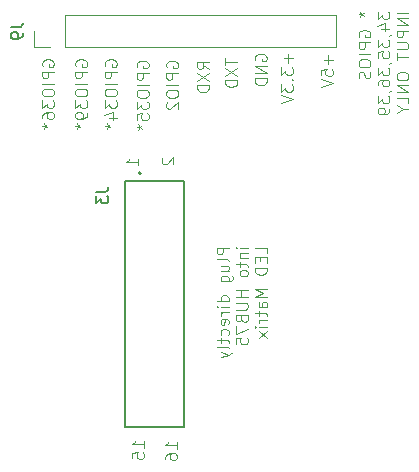
<source format=gbr>
%TF.GenerationSoftware,KiCad,Pcbnew,9.0.0*%
%TF.CreationDate,2025-04-14T04:50:01-04:00*%
%TF.ProjectId,W4MLB_Band_Display,57344d4c-425f-4426-916e-645f44697370,1.0*%
%TF.SameCoordinates,Original*%
%TF.FileFunction,Legend,Bot*%
%TF.FilePolarity,Positive*%
%FSLAX46Y46*%
G04 Gerber Fmt 4.6, Leading zero omitted, Abs format (unit mm)*
G04 Created by KiCad (PCBNEW 9.0.0) date 2025-04-14 04:50:01*
%MOMM*%
%LPD*%
G01*
G04 APERTURE LIST*
%ADD10C,0.125000*%
%ADD11C,0.150000*%
%ADD12C,0.200000*%
%ADD13C,0.120000*%
G04 APERTURE END LIST*
D10*
X140271119Y-68877474D02*
X140271119Y-69448902D01*
X141271119Y-69163188D02*
X140271119Y-69163188D01*
X140271119Y-69686998D02*
X141271119Y-70353664D01*
X140271119Y-70353664D02*
X141271119Y-69686998D01*
X141271119Y-70734617D02*
X140271119Y-70734617D01*
X140271119Y-70734617D02*
X140271119Y-70972712D01*
X140271119Y-70972712D02*
X140318738Y-71115569D01*
X140318738Y-71115569D02*
X140413976Y-71210807D01*
X140413976Y-71210807D02*
X140509214Y-71258426D01*
X140509214Y-71258426D02*
X140699690Y-71306045D01*
X140699690Y-71306045D02*
X140842547Y-71306045D01*
X140842547Y-71306045D02*
X141033023Y-71258426D01*
X141033023Y-71258426D02*
X141128261Y-71210807D01*
X141128261Y-71210807D02*
X141223500Y-71115569D01*
X141223500Y-71115569D02*
X141271119Y-70972712D01*
X141271119Y-70972712D02*
X141271119Y-70734617D01*
X133371119Y-101844140D02*
X133371119Y-101272712D01*
X133371119Y-101558426D02*
X132371119Y-101558426D01*
X132371119Y-101558426D02*
X132513976Y-101463188D01*
X132513976Y-101463188D02*
X132609214Y-101367950D01*
X132609214Y-101367950D02*
X132656833Y-101272712D01*
X132371119Y-102748902D02*
X132371119Y-102272712D01*
X132371119Y-102272712D02*
X132847309Y-102225093D01*
X132847309Y-102225093D02*
X132799690Y-102272712D01*
X132799690Y-102272712D02*
X132752071Y-102367950D01*
X132752071Y-102367950D02*
X132752071Y-102606045D01*
X132752071Y-102606045D02*
X132799690Y-102701283D01*
X132799690Y-102701283D02*
X132847309Y-102748902D01*
X132847309Y-102748902D02*
X132942547Y-102796521D01*
X132942547Y-102796521D02*
X133180642Y-102796521D01*
X133180642Y-102796521D02*
X133275880Y-102748902D01*
X133275880Y-102748902D02*
X133323500Y-102701283D01*
X133323500Y-102701283D02*
X133371119Y-102606045D01*
X133371119Y-102606045D02*
X133371119Y-102367950D01*
X133371119Y-102367950D02*
X133323500Y-102272712D01*
X133323500Y-102272712D02*
X133275880Y-102225093D01*
X124818738Y-69544140D02*
X124771119Y-69448902D01*
X124771119Y-69448902D02*
X124771119Y-69306045D01*
X124771119Y-69306045D02*
X124818738Y-69163188D01*
X124818738Y-69163188D02*
X124913976Y-69067950D01*
X124913976Y-69067950D02*
X125009214Y-69020331D01*
X125009214Y-69020331D02*
X125199690Y-68972712D01*
X125199690Y-68972712D02*
X125342547Y-68972712D01*
X125342547Y-68972712D02*
X125533023Y-69020331D01*
X125533023Y-69020331D02*
X125628261Y-69067950D01*
X125628261Y-69067950D02*
X125723500Y-69163188D01*
X125723500Y-69163188D02*
X125771119Y-69306045D01*
X125771119Y-69306045D02*
X125771119Y-69401283D01*
X125771119Y-69401283D02*
X125723500Y-69544140D01*
X125723500Y-69544140D02*
X125675880Y-69591759D01*
X125675880Y-69591759D02*
X125342547Y-69591759D01*
X125342547Y-69591759D02*
X125342547Y-69401283D01*
X125771119Y-70020331D02*
X124771119Y-70020331D01*
X124771119Y-70020331D02*
X124771119Y-70401283D01*
X124771119Y-70401283D02*
X124818738Y-70496521D01*
X124818738Y-70496521D02*
X124866357Y-70544140D01*
X124866357Y-70544140D02*
X124961595Y-70591759D01*
X124961595Y-70591759D02*
X125104452Y-70591759D01*
X125104452Y-70591759D02*
X125199690Y-70544140D01*
X125199690Y-70544140D02*
X125247309Y-70496521D01*
X125247309Y-70496521D02*
X125294928Y-70401283D01*
X125294928Y-70401283D02*
X125294928Y-70020331D01*
X125771119Y-71020331D02*
X124771119Y-71020331D01*
X124771119Y-71686997D02*
X124771119Y-71877473D01*
X124771119Y-71877473D02*
X124818738Y-71972711D01*
X124818738Y-71972711D02*
X124913976Y-72067949D01*
X124913976Y-72067949D02*
X125104452Y-72115568D01*
X125104452Y-72115568D02*
X125437785Y-72115568D01*
X125437785Y-72115568D02*
X125628261Y-72067949D01*
X125628261Y-72067949D02*
X125723500Y-71972711D01*
X125723500Y-71972711D02*
X125771119Y-71877473D01*
X125771119Y-71877473D02*
X125771119Y-71686997D01*
X125771119Y-71686997D02*
X125723500Y-71591759D01*
X125723500Y-71591759D02*
X125628261Y-71496521D01*
X125628261Y-71496521D02*
X125437785Y-71448902D01*
X125437785Y-71448902D02*
X125104452Y-71448902D01*
X125104452Y-71448902D02*
X124913976Y-71496521D01*
X124913976Y-71496521D02*
X124818738Y-71591759D01*
X124818738Y-71591759D02*
X124771119Y-71686997D01*
X124771119Y-72448902D02*
X124771119Y-73067949D01*
X124771119Y-73067949D02*
X125152071Y-72734616D01*
X125152071Y-72734616D02*
X125152071Y-72877473D01*
X125152071Y-72877473D02*
X125199690Y-72972711D01*
X125199690Y-72972711D02*
X125247309Y-73020330D01*
X125247309Y-73020330D02*
X125342547Y-73067949D01*
X125342547Y-73067949D02*
X125580642Y-73067949D01*
X125580642Y-73067949D02*
X125675880Y-73020330D01*
X125675880Y-73020330D02*
X125723500Y-72972711D01*
X125723500Y-72972711D02*
X125771119Y-72877473D01*
X125771119Y-72877473D02*
X125771119Y-72591759D01*
X125771119Y-72591759D02*
X125723500Y-72496521D01*
X125723500Y-72496521D02*
X125675880Y-72448902D01*
X124771119Y-73925092D02*
X124771119Y-73734616D01*
X124771119Y-73734616D02*
X124818738Y-73639378D01*
X124818738Y-73639378D02*
X124866357Y-73591759D01*
X124866357Y-73591759D02*
X125009214Y-73496521D01*
X125009214Y-73496521D02*
X125199690Y-73448902D01*
X125199690Y-73448902D02*
X125580642Y-73448902D01*
X125580642Y-73448902D02*
X125675880Y-73496521D01*
X125675880Y-73496521D02*
X125723500Y-73544140D01*
X125723500Y-73544140D02*
X125771119Y-73639378D01*
X125771119Y-73639378D02*
X125771119Y-73829854D01*
X125771119Y-73829854D02*
X125723500Y-73925092D01*
X125723500Y-73925092D02*
X125675880Y-73972711D01*
X125675880Y-73972711D02*
X125580642Y-74020330D01*
X125580642Y-74020330D02*
X125342547Y-74020330D01*
X125342547Y-74020330D02*
X125247309Y-73972711D01*
X125247309Y-73972711D02*
X125199690Y-73925092D01*
X125199690Y-73925092D02*
X125152071Y-73829854D01*
X125152071Y-73829854D02*
X125152071Y-73639378D01*
X125152071Y-73639378D02*
X125199690Y-73544140D01*
X125199690Y-73544140D02*
X125247309Y-73496521D01*
X125247309Y-73496521D02*
X125342547Y-73448902D01*
X124771119Y-74591759D02*
X125009214Y-74591759D01*
X124913976Y-74353664D02*
X125009214Y-74591759D01*
X125009214Y-74591759D02*
X124913976Y-74829854D01*
X125199690Y-74448902D02*
X125009214Y-74591759D01*
X125009214Y-74591759D02*
X125199690Y-74734616D01*
X135318738Y-69644140D02*
X135271119Y-69548902D01*
X135271119Y-69548902D02*
X135271119Y-69406045D01*
X135271119Y-69406045D02*
X135318738Y-69263188D01*
X135318738Y-69263188D02*
X135413976Y-69167950D01*
X135413976Y-69167950D02*
X135509214Y-69120331D01*
X135509214Y-69120331D02*
X135699690Y-69072712D01*
X135699690Y-69072712D02*
X135842547Y-69072712D01*
X135842547Y-69072712D02*
X136033023Y-69120331D01*
X136033023Y-69120331D02*
X136128261Y-69167950D01*
X136128261Y-69167950D02*
X136223500Y-69263188D01*
X136223500Y-69263188D02*
X136271119Y-69406045D01*
X136271119Y-69406045D02*
X136271119Y-69501283D01*
X136271119Y-69501283D02*
X136223500Y-69644140D01*
X136223500Y-69644140D02*
X136175880Y-69691759D01*
X136175880Y-69691759D02*
X135842547Y-69691759D01*
X135842547Y-69691759D02*
X135842547Y-69501283D01*
X136271119Y-70120331D02*
X135271119Y-70120331D01*
X135271119Y-70120331D02*
X135271119Y-70501283D01*
X135271119Y-70501283D02*
X135318738Y-70596521D01*
X135318738Y-70596521D02*
X135366357Y-70644140D01*
X135366357Y-70644140D02*
X135461595Y-70691759D01*
X135461595Y-70691759D02*
X135604452Y-70691759D01*
X135604452Y-70691759D02*
X135699690Y-70644140D01*
X135699690Y-70644140D02*
X135747309Y-70596521D01*
X135747309Y-70596521D02*
X135794928Y-70501283D01*
X135794928Y-70501283D02*
X135794928Y-70120331D01*
X136271119Y-71120331D02*
X135271119Y-71120331D01*
X135271119Y-71786997D02*
X135271119Y-71977473D01*
X135271119Y-71977473D02*
X135318738Y-72072711D01*
X135318738Y-72072711D02*
X135413976Y-72167949D01*
X135413976Y-72167949D02*
X135604452Y-72215568D01*
X135604452Y-72215568D02*
X135937785Y-72215568D01*
X135937785Y-72215568D02*
X136128261Y-72167949D01*
X136128261Y-72167949D02*
X136223500Y-72072711D01*
X136223500Y-72072711D02*
X136271119Y-71977473D01*
X136271119Y-71977473D02*
X136271119Y-71786997D01*
X136271119Y-71786997D02*
X136223500Y-71691759D01*
X136223500Y-71691759D02*
X136128261Y-71596521D01*
X136128261Y-71596521D02*
X135937785Y-71548902D01*
X135937785Y-71548902D02*
X135604452Y-71548902D01*
X135604452Y-71548902D02*
X135413976Y-71596521D01*
X135413976Y-71596521D02*
X135318738Y-71691759D01*
X135318738Y-71691759D02*
X135271119Y-71786997D01*
X135366357Y-72596521D02*
X135318738Y-72644140D01*
X135318738Y-72644140D02*
X135271119Y-72739378D01*
X135271119Y-72739378D02*
X135271119Y-72977473D01*
X135271119Y-72977473D02*
X135318738Y-73072711D01*
X135318738Y-73072711D02*
X135366357Y-73120330D01*
X135366357Y-73120330D02*
X135461595Y-73167949D01*
X135461595Y-73167949D02*
X135556833Y-73167949D01*
X135556833Y-73167949D02*
X135699690Y-73120330D01*
X135699690Y-73120330D02*
X136271119Y-72548902D01*
X136271119Y-72548902D02*
X136271119Y-73167949D01*
X134966357Y-77272712D02*
X134918738Y-77320331D01*
X134918738Y-77320331D02*
X134871119Y-77415569D01*
X134871119Y-77415569D02*
X134871119Y-77653664D01*
X134871119Y-77653664D02*
X134918738Y-77748902D01*
X134918738Y-77748902D02*
X134966357Y-77796521D01*
X134966357Y-77796521D02*
X135061595Y-77844140D01*
X135061595Y-77844140D02*
X135156833Y-77844140D01*
X135156833Y-77844140D02*
X135299690Y-77796521D01*
X135299690Y-77796521D02*
X135871119Y-77225093D01*
X135871119Y-77225093D02*
X135871119Y-77844140D01*
X138871119Y-69791759D02*
X138394928Y-69458426D01*
X138871119Y-69220331D02*
X137871119Y-69220331D01*
X137871119Y-69220331D02*
X137871119Y-69601283D01*
X137871119Y-69601283D02*
X137918738Y-69696521D01*
X137918738Y-69696521D02*
X137966357Y-69744140D01*
X137966357Y-69744140D02*
X138061595Y-69791759D01*
X138061595Y-69791759D02*
X138204452Y-69791759D01*
X138204452Y-69791759D02*
X138299690Y-69744140D01*
X138299690Y-69744140D02*
X138347309Y-69696521D01*
X138347309Y-69696521D02*
X138394928Y-69601283D01*
X138394928Y-69601283D02*
X138394928Y-69220331D01*
X137871119Y-70125093D02*
X138871119Y-70791759D01*
X137871119Y-70791759D02*
X138871119Y-70125093D01*
X138871119Y-71172712D02*
X137871119Y-71172712D01*
X137871119Y-71172712D02*
X137871119Y-71410807D01*
X137871119Y-71410807D02*
X137918738Y-71553664D01*
X137918738Y-71553664D02*
X138013976Y-71648902D01*
X138013976Y-71648902D02*
X138109214Y-71696521D01*
X138109214Y-71696521D02*
X138299690Y-71744140D01*
X138299690Y-71744140D02*
X138442547Y-71744140D01*
X138442547Y-71744140D02*
X138633023Y-71696521D01*
X138633023Y-71696521D02*
X138728261Y-71648902D01*
X138728261Y-71648902D02*
X138823500Y-71553664D01*
X138823500Y-71553664D02*
X138871119Y-71410807D01*
X138871119Y-71410807D02*
X138871119Y-71172712D01*
X142818738Y-69069140D02*
X142771119Y-68973902D01*
X142771119Y-68973902D02*
X142771119Y-68831045D01*
X142771119Y-68831045D02*
X142818738Y-68688188D01*
X142818738Y-68688188D02*
X142913976Y-68592950D01*
X142913976Y-68592950D02*
X143009214Y-68545331D01*
X143009214Y-68545331D02*
X143199690Y-68497712D01*
X143199690Y-68497712D02*
X143342547Y-68497712D01*
X143342547Y-68497712D02*
X143533023Y-68545331D01*
X143533023Y-68545331D02*
X143628261Y-68592950D01*
X143628261Y-68592950D02*
X143723500Y-68688188D01*
X143723500Y-68688188D02*
X143771119Y-68831045D01*
X143771119Y-68831045D02*
X143771119Y-68926283D01*
X143771119Y-68926283D02*
X143723500Y-69069140D01*
X143723500Y-69069140D02*
X143675880Y-69116759D01*
X143675880Y-69116759D02*
X143342547Y-69116759D01*
X143342547Y-69116759D02*
X143342547Y-68926283D01*
X143771119Y-69545331D02*
X142771119Y-69545331D01*
X142771119Y-69545331D02*
X143771119Y-70116759D01*
X143771119Y-70116759D02*
X142771119Y-70116759D01*
X143771119Y-70592950D02*
X142771119Y-70592950D01*
X142771119Y-70592950D02*
X142771119Y-70831045D01*
X142771119Y-70831045D02*
X142818738Y-70973902D01*
X142818738Y-70973902D02*
X142913976Y-71069140D01*
X142913976Y-71069140D02*
X143009214Y-71116759D01*
X143009214Y-71116759D02*
X143199690Y-71164378D01*
X143199690Y-71164378D02*
X143342547Y-71164378D01*
X143342547Y-71164378D02*
X143533023Y-71116759D01*
X143533023Y-71116759D02*
X143628261Y-71069140D01*
X143628261Y-71069140D02*
X143723500Y-70973902D01*
X143723500Y-70973902D02*
X143771119Y-70831045D01*
X143771119Y-70831045D02*
X143771119Y-70592950D01*
X130118738Y-69544140D02*
X130071119Y-69448902D01*
X130071119Y-69448902D02*
X130071119Y-69306045D01*
X130071119Y-69306045D02*
X130118738Y-69163188D01*
X130118738Y-69163188D02*
X130213976Y-69067950D01*
X130213976Y-69067950D02*
X130309214Y-69020331D01*
X130309214Y-69020331D02*
X130499690Y-68972712D01*
X130499690Y-68972712D02*
X130642547Y-68972712D01*
X130642547Y-68972712D02*
X130833023Y-69020331D01*
X130833023Y-69020331D02*
X130928261Y-69067950D01*
X130928261Y-69067950D02*
X131023500Y-69163188D01*
X131023500Y-69163188D02*
X131071119Y-69306045D01*
X131071119Y-69306045D02*
X131071119Y-69401283D01*
X131071119Y-69401283D02*
X131023500Y-69544140D01*
X131023500Y-69544140D02*
X130975880Y-69591759D01*
X130975880Y-69591759D02*
X130642547Y-69591759D01*
X130642547Y-69591759D02*
X130642547Y-69401283D01*
X131071119Y-70020331D02*
X130071119Y-70020331D01*
X130071119Y-70020331D02*
X130071119Y-70401283D01*
X130071119Y-70401283D02*
X130118738Y-70496521D01*
X130118738Y-70496521D02*
X130166357Y-70544140D01*
X130166357Y-70544140D02*
X130261595Y-70591759D01*
X130261595Y-70591759D02*
X130404452Y-70591759D01*
X130404452Y-70591759D02*
X130499690Y-70544140D01*
X130499690Y-70544140D02*
X130547309Y-70496521D01*
X130547309Y-70496521D02*
X130594928Y-70401283D01*
X130594928Y-70401283D02*
X130594928Y-70020331D01*
X131071119Y-71020331D02*
X130071119Y-71020331D01*
X130071119Y-71686997D02*
X130071119Y-71877473D01*
X130071119Y-71877473D02*
X130118738Y-71972711D01*
X130118738Y-71972711D02*
X130213976Y-72067949D01*
X130213976Y-72067949D02*
X130404452Y-72115568D01*
X130404452Y-72115568D02*
X130737785Y-72115568D01*
X130737785Y-72115568D02*
X130928261Y-72067949D01*
X130928261Y-72067949D02*
X131023500Y-71972711D01*
X131023500Y-71972711D02*
X131071119Y-71877473D01*
X131071119Y-71877473D02*
X131071119Y-71686997D01*
X131071119Y-71686997D02*
X131023500Y-71591759D01*
X131023500Y-71591759D02*
X130928261Y-71496521D01*
X130928261Y-71496521D02*
X130737785Y-71448902D01*
X130737785Y-71448902D02*
X130404452Y-71448902D01*
X130404452Y-71448902D02*
X130213976Y-71496521D01*
X130213976Y-71496521D02*
X130118738Y-71591759D01*
X130118738Y-71591759D02*
X130071119Y-71686997D01*
X130071119Y-72448902D02*
X130071119Y-73067949D01*
X130071119Y-73067949D02*
X130452071Y-72734616D01*
X130452071Y-72734616D02*
X130452071Y-72877473D01*
X130452071Y-72877473D02*
X130499690Y-72972711D01*
X130499690Y-72972711D02*
X130547309Y-73020330D01*
X130547309Y-73020330D02*
X130642547Y-73067949D01*
X130642547Y-73067949D02*
X130880642Y-73067949D01*
X130880642Y-73067949D02*
X130975880Y-73020330D01*
X130975880Y-73020330D02*
X131023500Y-72972711D01*
X131023500Y-72972711D02*
X131071119Y-72877473D01*
X131071119Y-72877473D02*
X131071119Y-72591759D01*
X131071119Y-72591759D02*
X131023500Y-72496521D01*
X131023500Y-72496521D02*
X130975880Y-72448902D01*
X130404452Y-73925092D02*
X131071119Y-73925092D01*
X130023500Y-73686997D02*
X130737785Y-73448902D01*
X130737785Y-73448902D02*
X130737785Y-74067949D01*
X130071119Y-74591759D02*
X130309214Y-74591759D01*
X130213976Y-74353664D02*
X130309214Y-74591759D01*
X130309214Y-74591759D02*
X130213976Y-74829854D01*
X130499690Y-74448902D02*
X130309214Y-74591759D01*
X130309214Y-74591759D02*
X130499690Y-74734616D01*
X136171119Y-101944140D02*
X136171119Y-101372712D01*
X136171119Y-101658426D02*
X135171119Y-101658426D01*
X135171119Y-101658426D02*
X135313976Y-101563188D01*
X135313976Y-101563188D02*
X135409214Y-101467950D01*
X135409214Y-101467950D02*
X135456833Y-101372712D01*
X135171119Y-102801283D02*
X135171119Y-102610807D01*
X135171119Y-102610807D02*
X135218738Y-102515569D01*
X135218738Y-102515569D02*
X135266357Y-102467950D01*
X135266357Y-102467950D02*
X135409214Y-102372712D01*
X135409214Y-102372712D02*
X135599690Y-102325093D01*
X135599690Y-102325093D02*
X135980642Y-102325093D01*
X135980642Y-102325093D02*
X136075880Y-102372712D01*
X136075880Y-102372712D02*
X136123500Y-102420331D01*
X136123500Y-102420331D02*
X136171119Y-102515569D01*
X136171119Y-102515569D02*
X136171119Y-102706045D01*
X136171119Y-102706045D02*
X136123500Y-102801283D01*
X136123500Y-102801283D02*
X136075880Y-102848902D01*
X136075880Y-102848902D02*
X135980642Y-102896521D01*
X135980642Y-102896521D02*
X135742547Y-102896521D01*
X135742547Y-102896521D02*
X135647309Y-102848902D01*
X135647309Y-102848902D02*
X135599690Y-102801283D01*
X135599690Y-102801283D02*
X135552071Y-102706045D01*
X135552071Y-102706045D02*
X135552071Y-102515569D01*
X135552071Y-102515569D02*
X135599690Y-102420331D01*
X135599690Y-102420331D02*
X135647309Y-102372712D01*
X135647309Y-102372712D02*
X135742547Y-102325093D01*
X132818738Y-69644140D02*
X132771119Y-69548902D01*
X132771119Y-69548902D02*
X132771119Y-69406045D01*
X132771119Y-69406045D02*
X132818738Y-69263188D01*
X132818738Y-69263188D02*
X132913976Y-69167950D01*
X132913976Y-69167950D02*
X133009214Y-69120331D01*
X133009214Y-69120331D02*
X133199690Y-69072712D01*
X133199690Y-69072712D02*
X133342547Y-69072712D01*
X133342547Y-69072712D02*
X133533023Y-69120331D01*
X133533023Y-69120331D02*
X133628261Y-69167950D01*
X133628261Y-69167950D02*
X133723500Y-69263188D01*
X133723500Y-69263188D02*
X133771119Y-69406045D01*
X133771119Y-69406045D02*
X133771119Y-69501283D01*
X133771119Y-69501283D02*
X133723500Y-69644140D01*
X133723500Y-69644140D02*
X133675880Y-69691759D01*
X133675880Y-69691759D02*
X133342547Y-69691759D01*
X133342547Y-69691759D02*
X133342547Y-69501283D01*
X133771119Y-70120331D02*
X132771119Y-70120331D01*
X132771119Y-70120331D02*
X132771119Y-70501283D01*
X132771119Y-70501283D02*
X132818738Y-70596521D01*
X132818738Y-70596521D02*
X132866357Y-70644140D01*
X132866357Y-70644140D02*
X132961595Y-70691759D01*
X132961595Y-70691759D02*
X133104452Y-70691759D01*
X133104452Y-70691759D02*
X133199690Y-70644140D01*
X133199690Y-70644140D02*
X133247309Y-70596521D01*
X133247309Y-70596521D02*
X133294928Y-70501283D01*
X133294928Y-70501283D02*
X133294928Y-70120331D01*
X133771119Y-71120331D02*
X132771119Y-71120331D01*
X132771119Y-71786997D02*
X132771119Y-71977473D01*
X132771119Y-71977473D02*
X132818738Y-72072711D01*
X132818738Y-72072711D02*
X132913976Y-72167949D01*
X132913976Y-72167949D02*
X133104452Y-72215568D01*
X133104452Y-72215568D02*
X133437785Y-72215568D01*
X133437785Y-72215568D02*
X133628261Y-72167949D01*
X133628261Y-72167949D02*
X133723500Y-72072711D01*
X133723500Y-72072711D02*
X133771119Y-71977473D01*
X133771119Y-71977473D02*
X133771119Y-71786997D01*
X133771119Y-71786997D02*
X133723500Y-71691759D01*
X133723500Y-71691759D02*
X133628261Y-71596521D01*
X133628261Y-71596521D02*
X133437785Y-71548902D01*
X133437785Y-71548902D02*
X133104452Y-71548902D01*
X133104452Y-71548902D02*
X132913976Y-71596521D01*
X132913976Y-71596521D02*
X132818738Y-71691759D01*
X132818738Y-71691759D02*
X132771119Y-71786997D01*
X132771119Y-72548902D02*
X132771119Y-73167949D01*
X132771119Y-73167949D02*
X133152071Y-72834616D01*
X133152071Y-72834616D02*
X133152071Y-72977473D01*
X133152071Y-72977473D02*
X133199690Y-73072711D01*
X133199690Y-73072711D02*
X133247309Y-73120330D01*
X133247309Y-73120330D02*
X133342547Y-73167949D01*
X133342547Y-73167949D02*
X133580642Y-73167949D01*
X133580642Y-73167949D02*
X133675880Y-73120330D01*
X133675880Y-73120330D02*
X133723500Y-73072711D01*
X133723500Y-73072711D02*
X133771119Y-72977473D01*
X133771119Y-72977473D02*
X133771119Y-72691759D01*
X133771119Y-72691759D02*
X133723500Y-72596521D01*
X133723500Y-72596521D02*
X133675880Y-72548902D01*
X132771119Y-74072711D02*
X132771119Y-73596521D01*
X132771119Y-73596521D02*
X133247309Y-73548902D01*
X133247309Y-73548902D02*
X133199690Y-73596521D01*
X133199690Y-73596521D02*
X133152071Y-73691759D01*
X133152071Y-73691759D02*
X133152071Y-73929854D01*
X133152071Y-73929854D02*
X133199690Y-74025092D01*
X133199690Y-74025092D02*
X133247309Y-74072711D01*
X133247309Y-74072711D02*
X133342547Y-74120330D01*
X133342547Y-74120330D02*
X133580642Y-74120330D01*
X133580642Y-74120330D02*
X133675880Y-74072711D01*
X133675880Y-74072711D02*
X133723500Y-74025092D01*
X133723500Y-74025092D02*
X133771119Y-73929854D01*
X133771119Y-73929854D02*
X133771119Y-73691759D01*
X133771119Y-73691759D02*
X133723500Y-73596521D01*
X133723500Y-73596521D02*
X133675880Y-73548902D01*
X132771119Y-74691759D02*
X133009214Y-74691759D01*
X132913976Y-74453664D02*
X133009214Y-74691759D01*
X133009214Y-74691759D02*
X132913976Y-74929854D01*
X133199690Y-74548902D02*
X133009214Y-74691759D01*
X133009214Y-74691759D02*
X133199690Y-74834616D01*
X132871119Y-77944140D02*
X132871119Y-77372712D01*
X132871119Y-77658426D02*
X131871119Y-77658426D01*
X131871119Y-77658426D02*
X132013976Y-77563188D01*
X132013976Y-77563188D02*
X132109214Y-77467950D01*
X132109214Y-77467950D02*
X132156833Y-77372712D01*
X145590166Y-68520331D02*
X145590166Y-69282236D01*
X145971119Y-68901283D02*
X145209214Y-68901283D01*
X144971119Y-69663188D02*
X144971119Y-70282235D01*
X144971119Y-70282235D02*
X145352071Y-69948902D01*
X145352071Y-69948902D02*
X145352071Y-70091759D01*
X145352071Y-70091759D02*
X145399690Y-70186997D01*
X145399690Y-70186997D02*
X145447309Y-70234616D01*
X145447309Y-70234616D02*
X145542547Y-70282235D01*
X145542547Y-70282235D02*
X145780642Y-70282235D01*
X145780642Y-70282235D02*
X145875880Y-70234616D01*
X145875880Y-70234616D02*
X145923500Y-70186997D01*
X145923500Y-70186997D02*
X145971119Y-70091759D01*
X145971119Y-70091759D02*
X145971119Y-69806045D01*
X145971119Y-69806045D02*
X145923500Y-69710807D01*
X145923500Y-69710807D02*
X145875880Y-69663188D01*
X145875880Y-70710807D02*
X145923500Y-70758426D01*
X145923500Y-70758426D02*
X145971119Y-70710807D01*
X145971119Y-70710807D02*
X145923500Y-70663188D01*
X145923500Y-70663188D02*
X145875880Y-70710807D01*
X145875880Y-70710807D02*
X145971119Y-70710807D01*
X144971119Y-71091759D02*
X144971119Y-71710806D01*
X144971119Y-71710806D02*
X145352071Y-71377473D01*
X145352071Y-71377473D02*
X145352071Y-71520330D01*
X145352071Y-71520330D02*
X145399690Y-71615568D01*
X145399690Y-71615568D02*
X145447309Y-71663187D01*
X145447309Y-71663187D02*
X145542547Y-71710806D01*
X145542547Y-71710806D02*
X145780642Y-71710806D01*
X145780642Y-71710806D02*
X145875880Y-71663187D01*
X145875880Y-71663187D02*
X145923500Y-71615568D01*
X145923500Y-71615568D02*
X145971119Y-71520330D01*
X145971119Y-71520330D02*
X145971119Y-71234616D01*
X145971119Y-71234616D02*
X145923500Y-71139378D01*
X145923500Y-71139378D02*
X145875880Y-71091759D01*
X144971119Y-71996521D02*
X145971119Y-72329854D01*
X145971119Y-72329854D02*
X144971119Y-72663187D01*
X127618738Y-69544140D02*
X127571119Y-69448902D01*
X127571119Y-69448902D02*
X127571119Y-69306045D01*
X127571119Y-69306045D02*
X127618738Y-69163188D01*
X127618738Y-69163188D02*
X127713976Y-69067950D01*
X127713976Y-69067950D02*
X127809214Y-69020331D01*
X127809214Y-69020331D02*
X127999690Y-68972712D01*
X127999690Y-68972712D02*
X128142547Y-68972712D01*
X128142547Y-68972712D02*
X128333023Y-69020331D01*
X128333023Y-69020331D02*
X128428261Y-69067950D01*
X128428261Y-69067950D02*
X128523500Y-69163188D01*
X128523500Y-69163188D02*
X128571119Y-69306045D01*
X128571119Y-69306045D02*
X128571119Y-69401283D01*
X128571119Y-69401283D02*
X128523500Y-69544140D01*
X128523500Y-69544140D02*
X128475880Y-69591759D01*
X128475880Y-69591759D02*
X128142547Y-69591759D01*
X128142547Y-69591759D02*
X128142547Y-69401283D01*
X128571119Y-70020331D02*
X127571119Y-70020331D01*
X127571119Y-70020331D02*
X127571119Y-70401283D01*
X127571119Y-70401283D02*
X127618738Y-70496521D01*
X127618738Y-70496521D02*
X127666357Y-70544140D01*
X127666357Y-70544140D02*
X127761595Y-70591759D01*
X127761595Y-70591759D02*
X127904452Y-70591759D01*
X127904452Y-70591759D02*
X127999690Y-70544140D01*
X127999690Y-70544140D02*
X128047309Y-70496521D01*
X128047309Y-70496521D02*
X128094928Y-70401283D01*
X128094928Y-70401283D02*
X128094928Y-70020331D01*
X128571119Y-71020331D02*
X127571119Y-71020331D01*
X127571119Y-71686997D02*
X127571119Y-71877473D01*
X127571119Y-71877473D02*
X127618738Y-71972711D01*
X127618738Y-71972711D02*
X127713976Y-72067949D01*
X127713976Y-72067949D02*
X127904452Y-72115568D01*
X127904452Y-72115568D02*
X128237785Y-72115568D01*
X128237785Y-72115568D02*
X128428261Y-72067949D01*
X128428261Y-72067949D02*
X128523500Y-71972711D01*
X128523500Y-71972711D02*
X128571119Y-71877473D01*
X128571119Y-71877473D02*
X128571119Y-71686997D01*
X128571119Y-71686997D02*
X128523500Y-71591759D01*
X128523500Y-71591759D02*
X128428261Y-71496521D01*
X128428261Y-71496521D02*
X128237785Y-71448902D01*
X128237785Y-71448902D02*
X127904452Y-71448902D01*
X127904452Y-71448902D02*
X127713976Y-71496521D01*
X127713976Y-71496521D02*
X127618738Y-71591759D01*
X127618738Y-71591759D02*
X127571119Y-71686997D01*
X127571119Y-72448902D02*
X127571119Y-73067949D01*
X127571119Y-73067949D02*
X127952071Y-72734616D01*
X127952071Y-72734616D02*
X127952071Y-72877473D01*
X127952071Y-72877473D02*
X127999690Y-72972711D01*
X127999690Y-72972711D02*
X128047309Y-73020330D01*
X128047309Y-73020330D02*
X128142547Y-73067949D01*
X128142547Y-73067949D02*
X128380642Y-73067949D01*
X128380642Y-73067949D02*
X128475880Y-73020330D01*
X128475880Y-73020330D02*
X128523500Y-72972711D01*
X128523500Y-72972711D02*
X128571119Y-72877473D01*
X128571119Y-72877473D02*
X128571119Y-72591759D01*
X128571119Y-72591759D02*
X128523500Y-72496521D01*
X128523500Y-72496521D02*
X128475880Y-72448902D01*
X128571119Y-73544140D02*
X128571119Y-73734616D01*
X128571119Y-73734616D02*
X128523500Y-73829854D01*
X128523500Y-73829854D02*
X128475880Y-73877473D01*
X128475880Y-73877473D02*
X128333023Y-73972711D01*
X128333023Y-73972711D02*
X128142547Y-74020330D01*
X128142547Y-74020330D02*
X127761595Y-74020330D01*
X127761595Y-74020330D02*
X127666357Y-73972711D01*
X127666357Y-73972711D02*
X127618738Y-73925092D01*
X127618738Y-73925092D02*
X127571119Y-73829854D01*
X127571119Y-73829854D02*
X127571119Y-73639378D01*
X127571119Y-73639378D02*
X127618738Y-73544140D01*
X127618738Y-73544140D02*
X127666357Y-73496521D01*
X127666357Y-73496521D02*
X127761595Y-73448902D01*
X127761595Y-73448902D02*
X127999690Y-73448902D01*
X127999690Y-73448902D02*
X128094928Y-73496521D01*
X128094928Y-73496521D02*
X128142547Y-73544140D01*
X128142547Y-73544140D02*
X128190166Y-73639378D01*
X128190166Y-73639378D02*
X128190166Y-73829854D01*
X128190166Y-73829854D02*
X128142547Y-73925092D01*
X128142547Y-73925092D02*
X128094928Y-73972711D01*
X128094928Y-73972711D02*
X127999690Y-74020330D01*
X127571119Y-74591759D02*
X127809214Y-74591759D01*
X127713976Y-74353664D02*
X127809214Y-74591759D01*
X127809214Y-74591759D02*
X127713976Y-74829854D01*
X127999690Y-74448902D02*
X127809214Y-74591759D01*
X127809214Y-74591759D02*
X127999690Y-74734616D01*
X148990166Y-68620331D02*
X148990166Y-69382236D01*
X149371119Y-69001283D02*
X148609214Y-69001283D01*
X148371119Y-70334616D02*
X148371119Y-69858426D01*
X148371119Y-69858426D02*
X148847309Y-69810807D01*
X148847309Y-69810807D02*
X148799690Y-69858426D01*
X148799690Y-69858426D02*
X148752071Y-69953664D01*
X148752071Y-69953664D02*
X148752071Y-70191759D01*
X148752071Y-70191759D02*
X148799690Y-70286997D01*
X148799690Y-70286997D02*
X148847309Y-70334616D01*
X148847309Y-70334616D02*
X148942547Y-70382235D01*
X148942547Y-70382235D02*
X149180642Y-70382235D01*
X149180642Y-70382235D02*
X149275880Y-70334616D01*
X149275880Y-70334616D02*
X149323500Y-70286997D01*
X149323500Y-70286997D02*
X149371119Y-70191759D01*
X149371119Y-70191759D02*
X149371119Y-69953664D01*
X149371119Y-69953664D02*
X149323500Y-69858426D01*
X149323500Y-69858426D02*
X149275880Y-69810807D01*
X148371119Y-70667950D02*
X149371119Y-71001283D01*
X149371119Y-71001283D02*
X148371119Y-71334616D01*
X140551231Y-84920331D02*
X139551231Y-84920331D01*
X139551231Y-84920331D02*
X139551231Y-85301283D01*
X139551231Y-85301283D02*
X139598850Y-85396521D01*
X139598850Y-85396521D02*
X139646469Y-85444140D01*
X139646469Y-85444140D02*
X139741707Y-85491759D01*
X139741707Y-85491759D02*
X139884564Y-85491759D01*
X139884564Y-85491759D02*
X139979802Y-85444140D01*
X139979802Y-85444140D02*
X140027421Y-85396521D01*
X140027421Y-85396521D02*
X140075040Y-85301283D01*
X140075040Y-85301283D02*
X140075040Y-84920331D01*
X140551231Y-86063188D02*
X140503612Y-85967950D01*
X140503612Y-85967950D02*
X140408373Y-85920331D01*
X140408373Y-85920331D02*
X139551231Y-85920331D01*
X139884564Y-86872712D02*
X140551231Y-86872712D01*
X139884564Y-86444141D02*
X140408373Y-86444141D01*
X140408373Y-86444141D02*
X140503612Y-86491760D01*
X140503612Y-86491760D02*
X140551231Y-86586998D01*
X140551231Y-86586998D02*
X140551231Y-86729855D01*
X140551231Y-86729855D02*
X140503612Y-86825093D01*
X140503612Y-86825093D02*
X140455992Y-86872712D01*
X139884564Y-87777474D02*
X140694088Y-87777474D01*
X140694088Y-87777474D02*
X140789326Y-87729855D01*
X140789326Y-87729855D02*
X140836945Y-87682236D01*
X140836945Y-87682236D02*
X140884564Y-87586998D01*
X140884564Y-87586998D02*
X140884564Y-87444141D01*
X140884564Y-87444141D02*
X140836945Y-87348903D01*
X140503612Y-87777474D02*
X140551231Y-87682236D01*
X140551231Y-87682236D02*
X140551231Y-87491760D01*
X140551231Y-87491760D02*
X140503612Y-87396522D01*
X140503612Y-87396522D02*
X140455992Y-87348903D01*
X140455992Y-87348903D02*
X140360754Y-87301284D01*
X140360754Y-87301284D02*
X140075040Y-87301284D01*
X140075040Y-87301284D02*
X139979802Y-87348903D01*
X139979802Y-87348903D02*
X139932183Y-87396522D01*
X139932183Y-87396522D02*
X139884564Y-87491760D01*
X139884564Y-87491760D02*
X139884564Y-87682236D01*
X139884564Y-87682236D02*
X139932183Y-87777474D01*
X140551231Y-89444141D02*
X139551231Y-89444141D01*
X140503612Y-89444141D02*
X140551231Y-89348903D01*
X140551231Y-89348903D02*
X140551231Y-89158427D01*
X140551231Y-89158427D02*
X140503612Y-89063189D01*
X140503612Y-89063189D02*
X140455992Y-89015570D01*
X140455992Y-89015570D02*
X140360754Y-88967951D01*
X140360754Y-88967951D02*
X140075040Y-88967951D01*
X140075040Y-88967951D02*
X139979802Y-89015570D01*
X139979802Y-89015570D02*
X139932183Y-89063189D01*
X139932183Y-89063189D02*
X139884564Y-89158427D01*
X139884564Y-89158427D02*
X139884564Y-89348903D01*
X139884564Y-89348903D02*
X139932183Y-89444141D01*
X140551231Y-89920332D02*
X139884564Y-89920332D01*
X139551231Y-89920332D02*
X139598850Y-89872713D01*
X139598850Y-89872713D02*
X139646469Y-89920332D01*
X139646469Y-89920332D02*
X139598850Y-89967951D01*
X139598850Y-89967951D02*
X139551231Y-89920332D01*
X139551231Y-89920332D02*
X139646469Y-89920332D01*
X140551231Y-90396522D02*
X139884564Y-90396522D01*
X140075040Y-90396522D02*
X139979802Y-90444141D01*
X139979802Y-90444141D02*
X139932183Y-90491760D01*
X139932183Y-90491760D02*
X139884564Y-90586998D01*
X139884564Y-90586998D02*
X139884564Y-90682236D01*
X140503612Y-91396522D02*
X140551231Y-91301284D01*
X140551231Y-91301284D02*
X140551231Y-91110808D01*
X140551231Y-91110808D02*
X140503612Y-91015570D01*
X140503612Y-91015570D02*
X140408373Y-90967951D01*
X140408373Y-90967951D02*
X140027421Y-90967951D01*
X140027421Y-90967951D02*
X139932183Y-91015570D01*
X139932183Y-91015570D02*
X139884564Y-91110808D01*
X139884564Y-91110808D02*
X139884564Y-91301284D01*
X139884564Y-91301284D02*
X139932183Y-91396522D01*
X139932183Y-91396522D02*
X140027421Y-91444141D01*
X140027421Y-91444141D02*
X140122659Y-91444141D01*
X140122659Y-91444141D02*
X140217897Y-90967951D01*
X140503612Y-92301284D02*
X140551231Y-92206046D01*
X140551231Y-92206046D02*
X140551231Y-92015570D01*
X140551231Y-92015570D02*
X140503612Y-91920332D01*
X140503612Y-91920332D02*
X140455992Y-91872713D01*
X140455992Y-91872713D02*
X140360754Y-91825094D01*
X140360754Y-91825094D02*
X140075040Y-91825094D01*
X140075040Y-91825094D02*
X139979802Y-91872713D01*
X139979802Y-91872713D02*
X139932183Y-91920332D01*
X139932183Y-91920332D02*
X139884564Y-92015570D01*
X139884564Y-92015570D02*
X139884564Y-92206046D01*
X139884564Y-92206046D02*
X139932183Y-92301284D01*
X139884564Y-92586999D02*
X139884564Y-92967951D01*
X139551231Y-92729856D02*
X140408373Y-92729856D01*
X140408373Y-92729856D02*
X140503612Y-92777475D01*
X140503612Y-92777475D02*
X140551231Y-92872713D01*
X140551231Y-92872713D02*
X140551231Y-92967951D01*
X140551231Y-93444142D02*
X140503612Y-93348904D01*
X140503612Y-93348904D02*
X140408373Y-93301285D01*
X140408373Y-93301285D02*
X139551231Y-93301285D01*
X139884564Y-93729857D02*
X140551231Y-93967952D01*
X139884564Y-94206047D02*
X140551231Y-93967952D01*
X140551231Y-93967952D02*
X140789326Y-93872714D01*
X140789326Y-93872714D02*
X140836945Y-93825095D01*
X140836945Y-93825095D02*
X140884564Y-93729857D01*
X142161175Y-84920331D02*
X141494508Y-84920331D01*
X141161175Y-84920331D02*
X141208794Y-84872712D01*
X141208794Y-84872712D02*
X141256413Y-84920331D01*
X141256413Y-84920331D02*
X141208794Y-84967950D01*
X141208794Y-84967950D02*
X141161175Y-84920331D01*
X141161175Y-84920331D02*
X141256413Y-84920331D01*
X141494508Y-85396521D02*
X142161175Y-85396521D01*
X141589746Y-85396521D02*
X141542127Y-85444140D01*
X141542127Y-85444140D02*
X141494508Y-85539378D01*
X141494508Y-85539378D02*
X141494508Y-85682235D01*
X141494508Y-85682235D02*
X141542127Y-85777473D01*
X141542127Y-85777473D02*
X141637365Y-85825092D01*
X141637365Y-85825092D02*
X142161175Y-85825092D01*
X141494508Y-86158426D02*
X141494508Y-86539378D01*
X141161175Y-86301283D02*
X142018317Y-86301283D01*
X142018317Y-86301283D02*
X142113556Y-86348902D01*
X142113556Y-86348902D02*
X142161175Y-86444140D01*
X142161175Y-86444140D02*
X142161175Y-86539378D01*
X142161175Y-87015569D02*
X142113556Y-86920331D01*
X142113556Y-86920331D02*
X142065936Y-86872712D01*
X142065936Y-86872712D02*
X141970698Y-86825093D01*
X141970698Y-86825093D02*
X141684984Y-86825093D01*
X141684984Y-86825093D02*
X141589746Y-86872712D01*
X141589746Y-86872712D02*
X141542127Y-86920331D01*
X141542127Y-86920331D02*
X141494508Y-87015569D01*
X141494508Y-87015569D02*
X141494508Y-87158426D01*
X141494508Y-87158426D02*
X141542127Y-87253664D01*
X141542127Y-87253664D02*
X141589746Y-87301283D01*
X141589746Y-87301283D02*
X141684984Y-87348902D01*
X141684984Y-87348902D02*
X141970698Y-87348902D01*
X141970698Y-87348902D02*
X142065936Y-87301283D01*
X142065936Y-87301283D02*
X142113556Y-87253664D01*
X142113556Y-87253664D02*
X142161175Y-87158426D01*
X142161175Y-87158426D02*
X142161175Y-87015569D01*
X142161175Y-88539379D02*
X141161175Y-88539379D01*
X141637365Y-88539379D02*
X141637365Y-89110807D01*
X142161175Y-89110807D02*
X141161175Y-89110807D01*
X141161175Y-89586998D02*
X141970698Y-89586998D01*
X141970698Y-89586998D02*
X142065936Y-89634617D01*
X142065936Y-89634617D02*
X142113556Y-89682236D01*
X142113556Y-89682236D02*
X142161175Y-89777474D01*
X142161175Y-89777474D02*
X142161175Y-89967950D01*
X142161175Y-89967950D02*
X142113556Y-90063188D01*
X142113556Y-90063188D02*
X142065936Y-90110807D01*
X142065936Y-90110807D02*
X141970698Y-90158426D01*
X141970698Y-90158426D02*
X141161175Y-90158426D01*
X141637365Y-90967950D02*
X141684984Y-91110807D01*
X141684984Y-91110807D02*
X141732603Y-91158426D01*
X141732603Y-91158426D02*
X141827841Y-91206045D01*
X141827841Y-91206045D02*
X141970698Y-91206045D01*
X141970698Y-91206045D02*
X142065936Y-91158426D01*
X142065936Y-91158426D02*
X142113556Y-91110807D01*
X142113556Y-91110807D02*
X142161175Y-91015569D01*
X142161175Y-91015569D02*
X142161175Y-90634617D01*
X142161175Y-90634617D02*
X141161175Y-90634617D01*
X141161175Y-90634617D02*
X141161175Y-90967950D01*
X141161175Y-90967950D02*
X141208794Y-91063188D01*
X141208794Y-91063188D02*
X141256413Y-91110807D01*
X141256413Y-91110807D02*
X141351651Y-91158426D01*
X141351651Y-91158426D02*
X141446889Y-91158426D01*
X141446889Y-91158426D02*
X141542127Y-91110807D01*
X141542127Y-91110807D02*
X141589746Y-91063188D01*
X141589746Y-91063188D02*
X141637365Y-90967950D01*
X141637365Y-90967950D02*
X141637365Y-90634617D01*
X141161175Y-91539379D02*
X141161175Y-92206045D01*
X141161175Y-92206045D02*
X142161175Y-91777474D01*
X141161175Y-93063188D02*
X141161175Y-92586998D01*
X141161175Y-92586998D02*
X141637365Y-92539379D01*
X141637365Y-92539379D02*
X141589746Y-92586998D01*
X141589746Y-92586998D02*
X141542127Y-92682236D01*
X141542127Y-92682236D02*
X141542127Y-92920331D01*
X141542127Y-92920331D02*
X141589746Y-93015569D01*
X141589746Y-93015569D02*
X141637365Y-93063188D01*
X141637365Y-93063188D02*
X141732603Y-93110807D01*
X141732603Y-93110807D02*
X141970698Y-93110807D01*
X141970698Y-93110807D02*
X142065936Y-93063188D01*
X142065936Y-93063188D02*
X142113556Y-93015569D01*
X142113556Y-93015569D02*
X142161175Y-92920331D01*
X142161175Y-92920331D02*
X142161175Y-92682236D01*
X142161175Y-92682236D02*
X142113556Y-92586998D01*
X142113556Y-92586998D02*
X142065936Y-92539379D01*
X143771119Y-85396521D02*
X143771119Y-84920331D01*
X143771119Y-84920331D02*
X142771119Y-84920331D01*
X143247309Y-85729855D02*
X143247309Y-86063188D01*
X143771119Y-86206045D02*
X143771119Y-85729855D01*
X143771119Y-85729855D02*
X142771119Y-85729855D01*
X142771119Y-85729855D02*
X142771119Y-86206045D01*
X143771119Y-86634617D02*
X142771119Y-86634617D01*
X142771119Y-86634617D02*
X142771119Y-86872712D01*
X142771119Y-86872712D02*
X142818738Y-87015569D01*
X142818738Y-87015569D02*
X142913976Y-87110807D01*
X142913976Y-87110807D02*
X143009214Y-87158426D01*
X143009214Y-87158426D02*
X143199690Y-87206045D01*
X143199690Y-87206045D02*
X143342547Y-87206045D01*
X143342547Y-87206045D02*
X143533023Y-87158426D01*
X143533023Y-87158426D02*
X143628261Y-87110807D01*
X143628261Y-87110807D02*
X143723500Y-87015569D01*
X143723500Y-87015569D02*
X143771119Y-86872712D01*
X143771119Y-86872712D02*
X143771119Y-86634617D01*
X143771119Y-88396522D02*
X142771119Y-88396522D01*
X142771119Y-88396522D02*
X143485404Y-88729855D01*
X143485404Y-88729855D02*
X142771119Y-89063188D01*
X142771119Y-89063188D02*
X143771119Y-89063188D01*
X143771119Y-89967950D02*
X143247309Y-89967950D01*
X143247309Y-89967950D02*
X143152071Y-89920331D01*
X143152071Y-89920331D02*
X143104452Y-89825093D01*
X143104452Y-89825093D02*
X143104452Y-89634617D01*
X143104452Y-89634617D02*
X143152071Y-89539379D01*
X143723500Y-89967950D02*
X143771119Y-89872712D01*
X143771119Y-89872712D02*
X143771119Y-89634617D01*
X143771119Y-89634617D02*
X143723500Y-89539379D01*
X143723500Y-89539379D02*
X143628261Y-89491760D01*
X143628261Y-89491760D02*
X143533023Y-89491760D01*
X143533023Y-89491760D02*
X143437785Y-89539379D01*
X143437785Y-89539379D02*
X143390166Y-89634617D01*
X143390166Y-89634617D02*
X143390166Y-89872712D01*
X143390166Y-89872712D02*
X143342547Y-89967950D01*
X143104452Y-90301284D02*
X143104452Y-90682236D01*
X142771119Y-90444141D02*
X143628261Y-90444141D01*
X143628261Y-90444141D02*
X143723500Y-90491760D01*
X143723500Y-90491760D02*
X143771119Y-90586998D01*
X143771119Y-90586998D02*
X143771119Y-90682236D01*
X143771119Y-91015570D02*
X143104452Y-91015570D01*
X143294928Y-91015570D02*
X143199690Y-91063189D01*
X143199690Y-91063189D02*
X143152071Y-91110808D01*
X143152071Y-91110808D02*
X143104452Y-91206046D01*
X143104452Y-91206046D02*
X143104452Y-91301284D01*
X143771119Y-91634618D02*
X143104452Y-91634618D01*
X142771119Y-91634618D02*
X142818738Y-91586999D01*
X142818738Y-91586999D02*
X142866357Y-91634618D01*
X142866357Y-91634618D02*
X142818738Y-91682237D01*
X142818738Y-91682237D02*
X142771119Y-91634618D01*
X142771119Y-91634618D02*
X142866357Y-91634618D01*
X143771119Y-92015570D02*
X143104452Y-92539379D01*
X143104452Y-92015570D02*
X143771119Y-92539379D01*
X151551231Y-65163188D02*
X151789326Y-65163188D01*
X151694088Y-64925093D02*
X151789326Y-65163188D01*
X151789326Y-65163188D02*
X151694088Y-65401283D01*
X151979802Y-65020331D02*
X151789326Y-65163188D01*
X151789326Y-65163188D02*
X151979802Y-65306045D01*
X151598850Y-67067950D02*
X151551231Y-66972712D01*
X151551231Y-66972712D02*
X151551231Y-66829855D01*
X151551231Y-66829855D02*
X151598850Y-66686998D01*
X151598850Y-66686998D02*
X151694088Y-66591760D01*
X151694088Y-66591760D02*
X151789326Y-66544141D01*
X151789326Y-66544141D02*
X151979802Y-66496522D01*
X151979802Y-66496522D02*
X152122659Y-66496522D01*
X152122659Y-66496522D02*
X152313135Y-66544141D01*
X152313135Y-66544141D02*
X152408373Y-66591760D01*
X152408373Y-66591760D02*
X152503612Y-66686998D01*
X152503612Y-66686998D02*
X152551231Y-66829855D01*
X152551231Y-66829855D02*
X152551231Y-66925093D01*
X152551231Y-66925093D02*
X152503612Y-67067950D01*
X152503612Y-67067950D02*
X152455992Y-67115569D01*
X152455992Y-67115569D02*
X152122659Y-67115569D01*
X152122659Y-67115569D02*
X152122659Y-66925093D01*
X152551231Y-67544141D02*
X151551231Y-67544141D01*
X151551231Y-67544141D02*
X151551231Y-67925093D01*
X151551231Y-67925093D02*
X151598850Y-68020331D01*
X151598850Y-68020331D02*
X151646469Y-68067950D01*
X151646469Y-68067950D02*
X151741707Y-68115569D01*
X151741707Y-68115569D02*
X151884564Y-68115569D01*
X151884564Y-68115569D02*
X151979802Y-68067950D01*
X151979802Y-68067950D02*
X152027421Y-68020331D01*
X152027421Y-68020331D02*
X152075040Y-67925093D01*
X152075040Y-67925093D02*
X152075040Y-67544141D01*
X152551231Y-68544141D02*
X151551231Y-68544141D01*
X151551231Y-69210807D02*
X151551231Y-69401283D01*
X151551231Y-69401283D02*
X151598850Y-69496521D01*
X151598850Y-69496521D02*
X151694088Y-69591759D01*
X151694088Y-69591759D02*
X151884564Y-69639378D01*
X151884564Y-69639378D02*
X152217897Y-69639378D01*
X152217897Y-69639378D02*
X152408373Y-69591759D01*
X152408373Y-69591759D02*
X152503612Y-69496521D01*
X152503612Y-69496521D02*
X152551231Y-69401283D01*
X152551231Y-69401283D02*
X152551231Y-69210807D01*
X152551231Y-69210807D02*
X152503612Y-69115569D01*
X152503612Y-69115569D02*
X152408373Y-69020331D01*
X152408373Y-69020331D02*
X152217897Y-68972712D01*
X152217897Y-68972712D02*
X151884564Y-68972712D01*
X151884564Y-68972712D02*
X151694088Y-69020331D01*
X151694088Y-69020331D02*
X151598850Y-69115569D01*
X151598850Y-69115569D02*
X151551231Y-69210807D01*
X152503612Y-70020331D02*
X152551231Y-70163188D01*
X152551231Y-70163188D02*
X152551231Y-70401283D01*
X152551231Y-70401283D02*
X152503612Y-70496521D01*
X152503612Y-70496521D02*
X152455992Y-70544140D01*
X152455992Y-70544140D02*
X152360754Y-70591759D01*
X152360754Y-70591759D02*
X152265516Y-70591759D01*
X152265516Y-70591759D02*
X152170278Y-70544140D01*
X152170278Y-70544140D02*
X152122659Y-70496521D01*
X152122659Y-70496521D02*
X152075040Y-70401283D01*
X152075040Y-70401283D02*
X152027421Y-70210807D01*
X152027421Y-70210807D02*
X151979802Y-70115569D01*
X151979802Y-70115569D02*
X151932183Y-70067950D01*
X151932183Y-70067950D02*
X151836945Y-70020331D01*
X151836945Y-70020331D02*
X151741707Y-70020331D01*
X151741707Y-70020331D02*
X151646469Y-70067950D01*
X151646469Y-70067950D02*
X151598850Y-70115569D01*
X151598850Y-70115569D02*
X151551231Y-70210807D01*
X151551231Y-70210807D02*
X151551231Y-70448902D01*
X151551231Y-70448902D02*
X151598850Y-70591759D01*
X153161175Y-64925093D02*
X153161175Y-65544140D01*
X153161175Y-65544140D02*
X153542127Y-65210807D01*
X153542127Y-65210807D02*
X153542127Y-65353664D01*
X153542127Y-65353664D02*
X153589746Y-65448902D01*
X153589746Y-65448902D02*
X153637365Y-65496521D01*
X153637365Y-65496521D02*
X153732603Y-65544140D01*
X153732603Y-65544140D02*
X153970698Y-65544140D01*
X153970698Y-65544140D02*
X154065936Y-65496521D01*
X154065936Y-65496521D02*
X154113556Y-65448902D01*
X154113556Y-65448902D02*
X154161175Y-65353664D01*
X154161175Y-65353664D02*
X154161175Y-65067950D01*
X154161175Y-65067950D02*
X154113556Y-64972712D01*
X154113556Y-64972712D02*
X154065936Y-64925093D01*
X153494508Y-66401283D02*
X154161175Y-66401283D01*
X153113556Y-66163188D02*
X153827841Y-65925093D01*
X153827841Y-65925093D02*
X153827841Y-66544140D01*
X154113556Y-66972712D02*
X154161175Y-66972712D01*
X154161175Y-66972712D02*
X154256413Y-66925093D01*
X154256413Y-66925093D02*
X154304032Y-66877474D01*
X153161175Y-67306045D02*
X153161175Y-67925092D01*
X153161175Y-67925092D02*
X153542127Y-67591759D01*
X153542127Y-67591759D02*
X153542127Y-67734616D01*
X153542127Y-67734616D02*
X153589746Y-67829854D01*
X153589746Y-67829854D02*
X153637365Y-67877473D01*
X153637365Y-67877473D02*
X153732603Y-67925092D01*
X153732603Y-67925092D02*
X153970698Y-67925092D01*
X153970698Y-67925092D02*
X154065936Y-67877473D01*
X154065936Y-67877473D02*
X154113556Y-67829854D01*
X154113556Y-67829854D02*
X154161175Y-67734616D01*
X154161175Y-67734616D02*
X154161175Y-67448902D01*
X154161175Y-67448902D02*
X154113556Y-67353664D01*
X154113556Y-67353664D02*
X154065936Y-67306045D01*
X153161175Y-68829854D02*
X153161175Y-68353664D01*
X153161175Y-68353664D02*
X153637365Y-68306045D01*
X153637365Y-68306045D02*
X153589746Y-68353664D01*
X153589746Y-68353664D02*
X153542127Y-68448902D01*
X153542127Y-68448902D02*
X153542127Y-68686997D01*
X153542127Y-68686997D02*
X153589746Y-68782235D01*
X153589746Y-68782235D02*
X153637365Y-68829854D01*
X153637365Y-68829854D02*
X153732603Y-68877473D01*
X153732603Y-68877473D02*
X153970698Y-68877473D01*
X153970698Y-68877473D02*
X154065936Y-68829854D01*
X154065936Y-68829854D02*
X154113556Y-68782235D01*
X154113556Y-68782235D02*
X154161175Y-68686997D01*
X154161175Y-68686997D02*
X154161175Y-68448902D01*
X154161175Y-68448902D02*
X154113556Y-68353664D01*
X154113556Y-68353664D02*
X154065936Y-68306045D01*
X154113556Y-69353664D02*
X154161175Y-69353664D01*
X154161175Y-69353664D02*
X154256413Y-69306045D01*
X154256413Y-69306045D02*
X154304032Y-69258426D01*
X153161175Y-69686997D02*
X153161175Y-70306044D01*
X153161175Y-70306044D02*
X153542127Y-69972711D01*
X153542127Y-69972711D02*
X153542127Y-70115568D01*
X153542127Y-70115568D02*
X153589746Y-70210806D01*
X153589746Y-70210806D02*
X153637365Y-70258425D01*
X153637365Y-70258425D02*
X153732603Y-70306044D01*
X153732603Y-70306044D02*
X153970698Y-70306044D01*
X153970698Y-70306044D02*
X154065936Y-70258425D01*
X154065936Y-70258425D02*
X154113556Y-70210806D01*
X154113556Y-70210806D02*
X154161175Y-70115568D01*
X154161175Y-70115568D02*
X154161175Y-69829854D01*
X154161175Y-69829854D02*
X154113556Y-69734616D01*
X154113556Y-69734616D02*
X154065936Y-69686997D01*
X153161175Y-71163187D02*
X153161175Y-70972711D01*
X153161175Y-70972711D02*
X153208794Y-70877473D01*
X153208794Y-70877473D02*
X153256413Y-70829854D01*
X153256413Y-70829854D02*
X153399270Y-70734616D01*
X153399270Y-70734616D02*
X153589746Y-70686997D01*
X153589746Y-70686997D02*
X153970698Y-70686997D01*
X153970698Y-70686997D02*
X154065936Y-70734616D01*
X154065936Y-70734616D02*
X154113556Y-70782235D01*
X154113556Y-70782235D02*
X154161175Y-70877473D01*
X154161175Y-70877473D02*
X154161175Y-71067949D01*
X154161175Y-71067949D02*
X154113556Y-71163187D01*
X154113556Y-71163187D02*
X154065936Y-71210806D01*
X154065936Y-71210806D02*
X153970698Y-71258425D01*
X153970698Y-71258425D02*
X153732603Y-71258425D01*
X153732603Y-71258425D02*
X153637365Y-71210806D01*
X153637365Y-71210806D02*
X153589746Y-71163187D01*
X153589746Y-71163187D02*
X153542127Y-71067949D01*
X153542127Y-71067949D02*
X153542127Y-70877473D01*
X153542127Y-70877473D02*
X153589746Y-70782235D01*
X153589746Y-70782235D02*
X153637365Y-70734616D01*
X153637365Y-70734616D02*
X153732603Y-70686997D01*
X154113556Y-71734616D02*
X154161175Y-71734616D01*
X154161175Y-71734616D02*
X154256413Y-71686997D01*
X154256413Y-71686997D02*
X154304032Y-71639378D01*
X153161175Y-72067949D02*
X153161175Y-72686996D01*
X153161175Y-72686996D02*
X153542127Y-72353663D01*
X153542127Y-72353663D02*
X153542127Y-72496520D01*
X153542127Y-72496520D02*
X153589746Y-72591758D01*
X153589746Y-72591758D02*
X153637365Y-72639377D01*
X153637365Y-72639377D02*
X153732603Y-72686996D01*
X153732603Y-72686996D02*
X153970698Y-72686996D01*
X153970698Y-72686996D02*
X154065936Y-72639377D01*
X154065936Y-72639377D02*
X154113556Y-72591758D01*
X154113556Y-72591758D02*
X154161175Y-72496520D01*
X154161175Y-72496520D02*
X154161175Y-72210806D01*
X154161175Y-72210806D02*
X154113556Y-72115568D01*
X154113556Y-72115568D02*
X154065936Y-72067949D01*
X154161175Y-73163187D02*
X154161175Y-73353663D01*
X154161175Y-73353663D02*
X154113556Y-73448901D01*
X154113556Y-73448901D02*
X154065936Y-73496520D01*
X154065936Y-73496520D02*
X153923079Y-73591758D01*
X153923079Y-73591758D02*
X153732603Y-73639377D01*
X153732603Y-73639377D02*
X153351651Y-73639377D01*
X153351651Y-73639377D02*
X153256413Y-73591758D01*
X153256413Y-73591758D02*
X153208794Y-73544139D01*
X153208794Y-73544139D02*
X153161175Y-73448901D01*
X153161175Y-73448901D02*
X153161175Y-73258425D01*
X153161175Y-73258425D02*
X153208794Y-73163187D01*
X153208794Y-73163187D02*
X153256413Y-73115568D01*
X153256413Y-73115568D02*
X153351651Y-73067949D01*
X153351651Y-73067949D02*
X153589746Y-73067949D01*
X153589746Y-73067949D02*
X153684984Y-73115568D01*
X153684984Y-73115568D02*
X153732603Y-73163187D01*
X153732603Y-73163187D02*
X153780222Y-73258425D01*
X153780222Y-73258425D02*
X153780222Y-73448901D01*
X153780222Y-73448901D02*
X153732603Y-73544139D01*
X153732603Y-73544139D02*
X153684984Y-73591758D01*
X153684984Y-73591758D02*
X153589746Y-73639377D01*
X155771119Y-65020331D02*
X154771119Y-65020331D01*
X155771119Y-65496521D02*
X154771119Y-65496521D01*
X154771119Y-65496521D02*
X155771119Y-66067949D01*
X155771119Y-66067949D02*
X154771119Y-66067949D01*
X155771119Y-66544140D02*
X154771119Y-66544140D01*
X154771119Y-66544140D02*
X154771119Y-66925092D01*
X154771119Y-66925092D02*
X154818738Y-67020330D01*
X154818738Y-67020330D02*
X154866357Y-67067949D01*
X154866357Y-67067949D02*
X154961595Y-67115568D01*
X154961595Y-67115568D02*
X155104452Y-67115568D01*
X155104452Y-67115568D02*
X155199690Y-67067949D01*
X155199690Y-67067949D02*
X155247309Y-67020330D01*
X155247309Y-67020330D02*
X155294928Y-66925092D01*
X155294928Y-66925092D02*
X155294928Y-66544140D01*
X154771119Y-67544140D02*
X155580642Y-67544140D01*
X155580642Y-67544140D02*
X155675880Y-67591759D01*
X155675880Y-67591759D02*
X155723500Y-67639378D01*
X155723500Y-67639378D02*
X155771119Y-67734616D01*
X155771119Y-67734616D02*
X155771119Y-67925092D01*
X155771119Y-67925092D02*
X155723500Y-68020330D01*
X155723500Y-68020330D02*
X155675880Y-68067949D01*
X155675880Y-68067949D02*
X155580642Y-68115568D01*
X155580642Y-68115568D02*
X154771119Y-68115568D01*
X154771119Y-68448902D02*
X154771119Y-69020330D01*
X155771119Y-68734616D02*
X154771119Y-68734616D01*
X154771119Y-70306045D02*
X154771119Y-70496521D01*
X154771119Y-70496521D02*
X154818738Y-70591759D01*
X154818738Y-70591759D02*
X154913976Y-70686997D01*
X154913976Y-70686997D02*
X155104452Y-70734616D01*
X155104452Y-70734616D02*
X155437785Y-70734616D01*
X155437785Y-70734616D02*
X155628261Y-70686997D01*
X155628261Y-70686997D02*
X155723500Y-70591759D01*
X155723500Y-70591759D02*
X155771119Y-70496521D01*
X155771119Y-70496521D02*
X155771119Y-70306045D01*
X155771119Y-70306045D02*
X155723500Y-70210807D01*
X155723500Y-70210807D02*
X155628261Y-70115569D01*
X155628261Y-70115569D02*
X155437785Y-70067950D01*
X155437785Y-70067950D02*
X155104452Y-70067950D01*
X155104452Y-70067950D02*
X154913976Y-70115569D01*
X154913976Y-70115569D02*
X154818738Y-70210807D01*
X154818738Y-70210807D02*
X154771119Y-70306045D01*
X155771119Y-71163188D02*
X154771119Y-71163188D01*
X154771119Y-71163188D02*
X155771119Y-71734616D01*
X155771119Y-71734616D02*
X154771119Y-71734616D01*
X155771119Y-72686997D02*
X155771119Y-72210807D01*
X155771119Y-72210807D02*
X154771119Y-72210807D01*
X155294928Y-73210807D02*
X155771119Y-73210807D01*
X154771119Y-72877474D02*
X155294928Y-73210807D01*
X155294928Y-73210807D02*
X154771119Y-73544140D01*
D11*
X129354819Y-80166666D02*
X130069104Y-80166666D01*
X130069104Y-80166666D02*
X130211961Y-80119047D01*
X130211961Y-80119047D02*
X130307200Y-80023809D01*
X130307200Y-80023809D02*
X130354819Y-79880952D01*
X130354819Y-79880952D02*
X130354819Y-79785714D01*
X129354819Y-80547619D02*
X129354819Y-81166666D01*
X129354819Y-81166666D02*
X129735771Y-80833333D01*
X129735771Y-80833333D02*
X129735771Y-80976190D01*
X129735771Y-80976190D02*
X129783390Y-81071428D01*
X129783390Y-81071428D02*
X129831009Y-81119047D01*
X129831009Y-81119047D02*
X129926247Y-81166666D01*
X129926247Y-81166666D02*
X130164342Y-81166666D01*
X130164342Y-81166666D02*
X130259580Y-81119047D01*
X130259580Y-81119047D02*
X130307200Y-81071428D01*
X130307200Y-81071428D02*
X130354819Y-80976190D01*
X130354819Y-80976190D02*
X130354819Y-80690476D01*
X130354819Y-80690476D02*
X130307200Y-80595238D01*
X130307200Y-80595238D02*
X130259580Y-80547619D01*
X122114819Y-66249166D02*
X122829104Y-66249166D01*
X122829104Y-66249166D02*
X122971961Y-66201547D01*
X122971961Y-66201547D02*
X123067200Y-66106309D01*
X123067200Y-66106309D02*
X123114819Y-65963452D01*
X123114819Y-65963452D02*
X123114819Y-65868214D01*
X123114819Y-66772976D02*
X123114819Y-66963452D01*
X123114819Y-66963452D02*
X123067200Y-67058690D01*
X123067200Y-67058690D02*
X123019580Y-67106309D01*
X123019580Y-67106309D02*
X122876723Y-67201547D01*
X122876723Y-67201547D02*
X122686247Y-67249166D01*
X122686247Y-67249166D02*
X122305295Y-67249166D01*
X122305295Y-67249166D02*
X122210057Y-67201547D01*
X122210057Y-67201547D02*
X122162438Y-67153928D01*
X122162438Y-67153928D02*
X122114819Y-67058690D01*
X122114819Y-67058690D02*
X122114819Y-66868214D01*
X122114819Y-66868214D02*
X122162438Y-66772976D01*
X122162438Y-66772976D02*
X122210057Y-66725357D01*
X122210057Y-66725357D02*
X122305295Y-66677738D01*
X122305295Y-66677738D02*
X122543390Y-66677738D01*
X122543390Y-66677738D02*
X122638628Y-66725357D01*
X122638628Y-66725357D02*
X122686247Y-66772976D01*
X122686247Y-66772976D02*
X122733866Y-66868214D01*
X122733866Y-66868214D02*
X122733866Y-67058690D01*
X122733866Y-67058690D02*
X122686247Y-67153928D01*
X122686247Y-67153928D02*
X122638628Y-67201547D01*
X122638628Y-67201547D02*
X122543390Y-67249166D01*
D12*
%TO.C,J3*%
X131805000Y-79277500D02*
X131805000Y-100107500D01*
X131805000Y-100107500D02*
X136755000Y-100107500D01*
X136755000Y-79277500D02*
X131805000Y-79277500D01*
X136755000Y-79277500D02*
X136755000Y-100107500D01*
X133110000Y-78627500D02*
G75*
G02*
X132910000Y-78627500I-100000J0D01*
G01*
X132910000Y-78627500D02*
G75*
G02*
X133110000Y-78627500I100000J0D01*
G01*
D13*
%TO.C,J9*%
X124100000Y-66582500D02*
X124100000Y-67912500D01*
X124100000Y-67912500D02*
X125430000Y-67912500D01*
X126700000Y-65252500D02*
X126700000Y-67912500D01*
X126700000Y-65252500D02*
X149620000Y-65252500D01*
X126700000Y-67912500D02*
X149620000Y-67912500D01*
X149620000Y-65252500D02*
X149620000Y-67912500D01*
%TD*%
M02*

</source>
